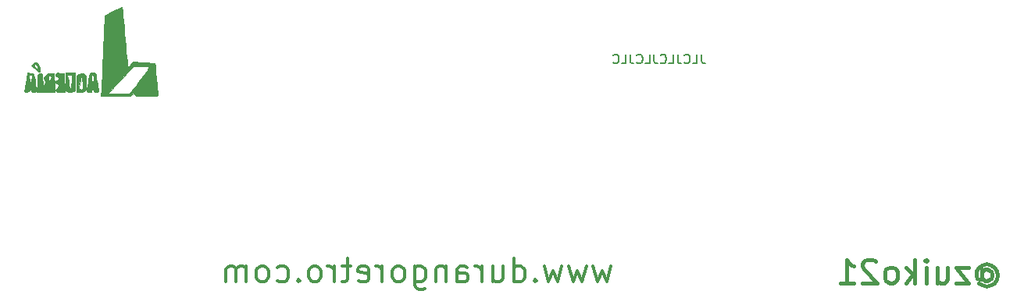
<source format=gbo>
G04 #@! TF.GenerationSoftware,KiCad,Pcbnew,(5.1.2-1)-1*
G04 #@! TF.CreationDate,2023-07-30T19:34:21+02:00*
G04 #@! TF.ProjectId,overlay5x8,6f766572-6c61-4793-9578-382e6b696361,rev?*
G04 #@! TF.SameCoordinates,Original*
G04 #@! TF.FileFunction,Legend,Bot*
G04 #@! TF.FilePolarity,Positive*
%FSLAX46Y46*%
G04 Gerber Fmt 4.6, Leading zero omitted, Abs format (unit mm)*
G04 Created by KiCad (PCBNEW (5.1.2-1)-1) date 2023-07-30 19:34:21*
%MOMM*%
%LPD*%
G04 APERTURE LIST*
%ADD10C,0.150000*%
%ADD11C,0.300000*%
%ADD12C,0.450000*%
%ADD13C,0.010000*%
%ADD14C,3.302000*%
G04 APERTURE END LIST*
D10*
X110029047Y-107402380D02*
X110029047Y-108116666D01*
X110076666Y-108259523D01*
X110171904Y-108354761D01*
X110314761Y-108402380D01*
X110410000Y-108402380D01*
X109076666Y-108402380D02*
X109552857Y-108402380D01*
X109552857Y-107402380D01*
X108171904Y-108307142D02*
X108219523Y-108354761D01*
X108362380Y-108402380D01*
X108457619Y-108402380D01*
X108600476Y-108354761D01*
X108695714Y-108259523D01*
X108743333Y-108164285D01*
X108790952Y-107973809D01*
X108790952Y-107830952D01*
X108743333Y-107640476D01*
X108695714Y-107545238D01*
X108600476Y-107450000D01*
X108457619Y-107402380D01*
X108362380Y-107402380D01*
X108219523Y-107450000D01*
X108171904Y-107497619D01*
X107457619Y-107402380D02*
X107457619Y-108116666D01*
X107505238Y-108259523D01*
X107600476Y-108354761D01*
X107743333Y-108402380D01*
X107838571Y-108402380D01*
X106505238Y-108402380D02*
X106981428Y-108402380D01*
X106981428Y-107402380D01*
X105600476Y-108307142D02*
X105648095Y-108354761D01*
X105790952Y-108402380D01*
X105886190Y-108402380D01*
X106029047Y-108354761D01*
X106124285Y-108259523D01*
X106171904Y-108164285D01*
X106219523Y-107973809D01*
X106219523Y-107830952D01*
X106171904Y-107640476D01*
X106124285Y-107545238D01*
X106029047Y-107450000D01*
X105886190Y-107402380D01*
X105790952Y-107402380D01*
X105648095Y-107450000D01*
X105600476Y-107497619D01*
X104886190Y-107402380D02*
X104886190Y-108116666D01*
X104933809Y-108259523D01*
X105029047Y-108354761D01*
X105171904Y-108402380D01*
X105267142Y-108402380D01*
X103933809Y-108402380D02*
X104410000Y-108402380D01*
X104410000Y-107402380D01*
X103029047Y-108307142D02*
X103076666Y-108354761D01*
X103219523Y-108402380D01*
X103314761Y-108402380D01*
X103457619Y-108354761D01*
X103552857Y-108259523D01*
X103600476Y-108164285D01*
X103648095Y-107973809D01*
X103648095Y-107830952D01*
X103600476Y-107640476D01*
X103552857Y-107545238D01*
X103457619Y-107450000D01*
X103314761Y-107402380D01*
X103219523Y-107402380D01*
X103076666Y-107450000D01*
X103029047Y-107497619D01*
X102314761Y-107402380D02*
X102314761Y-108116666D01*
X102362380Y-108259523D01*
X102457619Y-108354761D01*
X102600476Y-108402380D01*
X102695714Y-108402380D01*
X101362380Y-108402380D02*
X101838571Y-108402380D01*
X101838571Y-107402380D01*
X100457619Y-108307142D02*
X100505238Y-108354761D01*
X100648095Y-108402380D01*
X100743333Y-108402380D01*
X100886190Y-108354761D01*
X100981428Y-108259523D01*
X101029047Y-108164285D01*
X101076666Y-107973809D01*
X101076666Y-107830952D01*
X101029047Y-107640476D01*
X100981428Y-107545238D01*
X100886190Y-107450000D01*
X100743333Y-107402380D01*
X100648095Y-107402380D01*
X100505238Y-107450000D01*
X100457619Y-107497619D01*
D11*
X100233238Y-130392714D02*
X99749428Y-132086047D01*
X99265619Y-130876523D01*
X98781809Y-132086047D01*
X98298000Y-130392714D01*
X97572285Y-130392714D02*
X97088476Y-132086047D01*
X96604666Y-130876523D01*
X96120857Y-132086047D01*
X95637047Y-130392714D01*
X94911333Y-130392714D02*
X94427523Y-132086047D01*
X93943714Y-130876523D01*
X93459904Y-132086047D01*
X92976095Y-130392714D01*
X92008476Y-131844142D02*
X91887523Y-131965095D01*
X92008476Y-132086047D01*
X92129428Y-131965095D01*
X92008476Y-131844142D01*
X92008476Y-132086047D01*
X89710380Y-132086047D02*
X89710380Y-129546047D01*
X89710380Y-131965095D02*
X89952285Y-132086047D01*
X90436095Y-132086047D01*
X90678000Y-131965095D01*
X90798952Y-131844142D01*
X90919904Y-131602238D01*
X90919904Y-130876523D01*
X90798952Y-130634619D01*
X90678000Y-130513666D01*
X90436095Y-130392714D01*
X89952285Y-130392714D01*
X89710380Y-130513666D01*
X87412285Y-130392714D02*
X87412285Y-132086047D01*
X88500857Y-130392714D02*
X88500857Y-131723190D01*
X88379904Y-131965095D01*
X88138000Y-132086047D01*
X87775142Y-132086047D01*
X87533238Y-131965095D01*
X87412285Y-131844142D01*
X86202761Y-132086047D02*
X86202761Y-130392714D01*
X86202761Y-130876523D02*
X86081809Y-130634619D01*
X85960857Y-130513666D01*
X85718952Y-130392714D01*
X85477047Y-130392714D01*
X83541809Y-132086047D02*
X83541809Y-130755571D01*
X83662761Y-130513666D01*
X83904666Y-130392714D01*
X84388476Y-130392714D01*
X84630380Y-130513666D01*
X83541809Y-131965095D02*
X83783714Y-132086047D01*
X84388476Y-132086047D01*
X84630380Y-131965095D01*
X84751333Y-131723190D01*
X84751333Y-131481285D01*
X84630380Y-131239380D01*
X84388476Y-131118428D01*
X83783714Y-131118428D01*
X83541809Y-130997476D01*
X82332285Y-130392714D02*
X82332285Y-132086047D01*
X82332285Y-130634619D02*
X82211333Y-130513666D01*
X81969428Y-130392714D01*
X81606571Y-130392714D01*
X81364666Y-130513666D01*
X81243714Y-130755571D01*
X81243714Y-132086047D01*
X78945619Y-130392714D02*
X78945619Y-132448904D01*
X79066571Y-132690809D01*
X79187523Y-132811761D01*
X79429428Y-132932714D01*
X79792285Y-132932714D01*
X80034190Y-132811761D01*
X78945619Y-131965095D02*
X79187523Y-132086047D01*
X79671333Y-132086047D01*
X79913238Y-131965095D01*
X80034190Y-131844142D01*
X80155142Y-131602238D01*
X80155142Y-130876523D01*
X80034190Y-130634619D01*
X79913238Y-130513666D01*
X79671333Y-130392714D01*
X79187523Y-130392714D01*
X78945619Y-130513666D01*
X77373238Y-132086047D02*
X77615142Y-131965095D01*
X77736095Y-131844142D01*
X77857047Y-131602238D01*
X77857047Y-130876523D01*
X77736095Y-130634619D01*
X77615142Y-130513666D01*
X77373238Y-130392714D01*
X77010380Y-130392714D01*
X76768476Y-130513666D01*
X76647523Y-130634619D01*
X76526571Y-130876523D01*
X76526571Y-131602238D01*
X76647523Y-131844142D01*
X76768476Y-131965095D01*
X77010380Y-132086047D01*
X77373238Y-132086047D01*
X75438000Y-132086047D02*
X75438000Y-130392714D01*
X75438000Y-130876523D02*
X75317047Y-130634619D01*
X75196095Y-130513666D01*
X74954190Y-130392714D01*
X74712285Y-130392714D01*
X72898000Y-131965095D02*
X73139904Y-132086047D01*
X73623714Y-132086047D01*
X73865619Y-131965095D01*
X73986571Y-131723190D01*
X73986571Y-130755571D01*
X73865619Y-130513666D01*
X73623714Y-130392714D01*
X73139904Y-130392714D01*
X72898000Y-130513666D01*
X72777047Y-130755571D01*
X72777047Y-130997476D01*
X73986571Y-131239380D01*
X72051333Y-130392714D02*
X71083714Y-130392714D01*
X71688476Y-129546047D02*
X71688476Y-131723190D01*
X71567523Y-131965095D01*
X71325619Y-132086047D01*
X71083714Y-132086047D01*
X70237047Y-132086047D02*
X70237047Y-130392714D01*
X70237047Y-130876523D02*
X70116095Y-130634619D01*
X69995142Y-130513666D01*
X69753238Y-130392714D01*
X69511333Y-130392714D01*
X68301809Y-132086047D02*
X68543714Y-131965095D01*
X68664666Y-131844142D01*
X68785619Y-131602238D01*
X68785619Y-130876523D01*
X68664666Y-130634619D01*
X68543714Y-130513666D01*
X68301809Y-130392714D01*
X67938952Y-130392714D01*
X67697047Y-130513666D01*
X67576095Y-130634619D01*
X67455142Y-130876523D01*
X67455142Y-131602238D01*
X67576095Y-131844142D01*
X67697047Y-131965095D01*
X67938952Y-132086047D01*
X68301809Y-132086047D01*
X66366571Y-131844142D02*
X66245619Y-131965095D01*
X66366571Y-132086047D01*
X66487523Y-131965095D01*
X66366571Y-131844142D01*
X66366571Y-132086047D01*
X64068476Y-131965095D02*
X64310380Y-132086047D01*
X64794190Y-132086047D01*
X65036095Y-131965095D01*
X65157047Y-131844142D01*
X65278000Y-131602238D01*
X65278000Y-130876523D01*
X65157047Y-130634619D01*
X65036095Y-130513666D01*
X64794190Y-130392714D01*
X64310380Y-130392714D01*
X64068476Y-130513666D01*
X62617047Y-132086047D02*
X62858952Y-131965095D01*
X62979904Y-131844142D01*
X63100857Y-131602238D01*
X63100857Y-130876523D01*
X62979904Y-130634619D01*
X62858952Y-130513666D01*
X62617047Y-130392714D01*
X62254190Y-130392714D01*
X62012285Y-130513666D01*
X61891333Y-130634619D01*
X61770380Y-130876523D01*
X61770380Y-131602238D01*
X61891333Y-131844142D01*
X62012285Y-131965095D01*
X62254190Y-132086047D01*
X62617047Y-132086047D01*
X60681809Y-132086047D02*
X60681809Y-130392714D01*
X60681809Y-130634619D02*
X60560857Y-130513666D01*
X60318952Y-130392714D01*
X59956095Y-130392714D01*
X59714190Y-130513666D01*
X59593238Y-130755571D01*
X59593238Y-132086047D01*
X59593238Y-130755571D02*
X59472285Y-130513666D01*
X59230380Y-130392714D01*
X58867523Y-130392714D01*
X58625619Y-130513666D01*
X58504666Y-130755571D01*
X58504666Y-132086047D01*
D12*
X140437809Y-131003523D02*
X140558761Y-130882571D01*
X140800666Y-130761619D01*
X141042571Y-130761619D01*
X141284476Y-130882571D01*
X141405428Y-131003523D01*
X141526380Y-131245428D01*
X141526380Y-131487333D01*
X141405428Y-131729238D01*
X141284476Y-131850190D01*
X141042571Y-131971142D01*
X140800666Y-131971142D01*
X140558761Y-131850190D01*
X140437809Y-131729238D01*
X140437809Y-130761619D02*
X140437809Y-131729238D01*
X140316857Y-131850190D01*
X140195904Y-131850190D01*
X139954000Y-131729238D01*
X139833047Y-131487333D01*
X139833047Y-130882571D01*
X140074952Y-130519714D01*
X140437809Y-130277809D01*
X140921619Y-130156857D01*
X141405428Y-130277809D01*
X141768285Y-130519714D01*
X142010190Y-130882571D01*
X142131142Y-131366380D01*
X142010190Y-131850190D01*
X141768285Y-132213047D01*
X141405428Y-132454952D01*
X140921619Y-132575904D01*
X140437809Y-132454952D01*
X140074952Y-132213047D01*
X138986380Y-130519714D02*
X137655904Y-130519714D01*
X138986380Y-132213047D01*
X137655904Y-132213047D01*
X135599714Y-130519714D02*
X135599714Y-132213047D01*
X136688285Y-130519714D02*
X136688285Y-131850190D01*
X136567333Y-132092095D01*
X136325428Y-132213047D01*
X135962571Y-132213047D01*
X135720666Y-132092095D01*
X135599714Y-131971142D01*
X134390190Y-132213047D02*
X134390190Y-130519714D01*
X134390190Y-129673047D02*
X134511142Y-129794000D01*
X134390190Y-129914952D01*
X134269238Y-129794000D01*
X134390190Y-129673047D01*
X134390190Y-129914952D01*
X133180666Y-132213047D02*
X133180666Y-129673047D01*
X132938761Y-131245428D02*
X132213047Y-132213047D01*
X132213047Y-130519714D02*
X133180666Y-131487333D01*
X130761619Y-132213047D02*
X131003523Y-132092095D01*
X131124476Y-131971142D01*
X131245428Y-131729238D01*
X131245428Y-131003523D01*
X131124476Y-130761619D01*
X131003523Y-130640666D01*
X130761619Y-130519714D01*
X130398761Y-130519714D01*
X130156857Y-130640666D01*
X130035904Y-130761619D01*
X129914952Y-131003523D01*
X129914952Y-131729238D01*
X130035904Y-131971142D01*
X130156857Y-132092095D01*
X130398761Y-132213047D01*
X130761619Y-132213047D01*
X128947333Y-129914952D02*
X128826380Y-129794000D01*
X128584476Y-129673047D01*
X127979714Y-129673047D01*
X127737809Y-129794000D01*
X127616857Y-129914952D01*
X127495904Y-130156857D01*
X127495904Y-130398761D01*
X127616857Y-130761619D01*
X129068285Y-132213047D01*
X127495904Y-132213047D01*
X125076857Y-132213047D02*
X126528285Y-132213047D01*
X125802571Y-132213047D02*
X125802571Y-129673047D01*
X126044476Y-130035904D01*
X126286380Y-130277809D01*
X126528285Y-130398761D01*
D13*
G36*
X37784322Y-108308285D02*
G01*
X37595629Y-108433780D01*
X37364141Y-108621228D01*
X37789365Y-108962947D01*
X38080590Y-109188114D01*
X38246313Y-109286052D01*
X38319267Y-109270115D01*
X38332834Y-109184653D01*
X38319647Y-109094806D01*
X38209296Y-109094806D01*
X37899404Y-108874143D01*
X37711276Y-108705567D01*
X37644394Y-108572584D01*
X37649919Y-108555740D01*
X37793568Y-108457557D01*
X37955170Y-108543581D01*
X38089112Y-108776403D01*
X38209296Y-109094806D01*
X38319647Y-109094806D01*
X38296373Y-108936238D01*
X38206684Y-108649532D01*
X38093306Y-108398361D01*
X37985782Y-108256555D01*
X37957390Y-108246333D01*
X37784322Y-108308285D01*
X37784322Y-108308285D01*
G37*
X37784322Y-108308285D02*
X37595629Y-108433780D01*
X37364141Y-108621228D01*
X37789365Y-108962947D01*
X38080590Y-109188114D01*
X38246313Y-109286052D01*
X38319267Y-109270115D01*
X38332834Y-109184653D01*
X38319647Y-109094806D01*
X38209296Y-109094806D01*
X37899404Y-108874143D01*
X37711276Y-108705567D01*
X37644394Y-108572584D01*
X37649919Y-108555740D01*
X37793568Y-108457557D01*
X37955170Y-108543581D01*
X38089112Y-108776403D01*
X38209296Y-109094806D01*
X38319647Y-109094806D01*
X38296373Y-108936238D01*
X38206684Y-108649532D01*
X38093306Y-108398361D01*
X37985782Y-108256555D01*
X37957390Y-108246333D01*
X37784322Y-108308285D01*
G36*
X36859099Y-110119055D02*
G01*
X36786391Y-110547023D01*
X36718361Y-110943365D01*
X36675133Y-111191525D01*
X36646475Y-111427873D01*
X36706098Y-111515085D01*
X36897217Y-111510837D01*
X36913018Y-111509025D01*
X37171990Y-111411492D01*
X37286224Y-111209666D01*
X37359235Y-110945083D01*
X37369784Y-111236125D01*
X37414767Y-111451648D01*
X37567084Y-111523971D01*
X37644917Y-111527166D01*
X37846402Y-111483236D01*
X37903136Y-111317820D01*
X37902858Y-111289041D01*
X37883384Y-111069910D01*
X37838286Y-110715084D01*
X37776931Y-110297621D01*
X37770567Y-110257166D01*
X37706321Y-109873656D01*
X37438806Y-109873656D01*
X37404906Y-110204250D01*
X37342874Y-110733416D01*
X37226957Y-110204250D01*
X37167285Y-109880565D01*
X37172354Y-109709621D01*
X37244530Y-109641888D01*
X37253970Y-109639269D01*
X37376564Y-109623950D01*
X37434223Y-109687280D01*
X37438806Y-109873656D01*
X37706321Y-109873656D01*
X37703161Y-109854796D01*
X37642175Y-109616020D01*
X37562297Y-109495158D01*
X37438212Y-109446530D01*
X37312837Y-109431138D01*
X36980756Y-109398860D01*
X36859099Y-110119055D01*
X36859099Y-110119055D01*
G37*
X36859099Y-110119055D02*
X36786391Y-110547023D01*
X36718361Y-110943365D01*
X36675133Y-111191525D01*
X36646475Y-111427873D01*
X36706098Y-111515085D01*
X36897217Y-111510837D01*
X36913018Y-111509025D01*
X37171990Y-111411492D01*
X37286224Y-111209666D01*
X37359235Y-110945083D01*
X37369784Y-111236125D01*
X37414767Y-111451648D01*
X37567084Y-111523971D01*
X37644917Y-111527166D01*
X37846402Y-111483236D01*
X37903136Y-111317820D01*
X37902858Y-111289041D01*
X37883384Y-111069910D01*
X37838286Y-110715084D01*
X37776931Y-110297621D01*
X37770567Y-110257166D01*
X37706321Y-109873656D01*
X37438806Y-109873656D01*
X37404906Y-110204250D01*
X37342874Y-110733416D01*
X37226957Y-110204250D01*
X37167285Y-109880565D01*
X37172354Y-109709621D01*
X37244530Y-109641888D01*
X37253970Y-109639269D01*
X37376564Y-109623950D01*
X37434223Y-109687280D01*
X37438806Y-109873656D01*
X37706321Y-109873656D01*
X37703161Y-109854796D01*
X37642175Y-109616020D01*
X37562297Y-109495158D01*
X37438212Y-109446530D01*
X37312837Y-109431138D01*
X36980756Y-109398860D01*
X36859099Y-110119055D01*
G36*
X38211323Y-109470963D02*
G01*
X38132829Y-109519678D01*
X38086177Y-109648671D01*
X38060188Y-109897053D01*
X38043687Y-110303934D01*
X38037960Y-110495291D01*
X38007669Y-111527166D01*
X38657999Y-111527166D01*
X38627708Y-110495291D01*
X38611887Y-110022263D01*
X38590573Y-109721715D01*
X38552591Y-109554537D01*
X38486763Y-109481617D01*
X38381912Y-109463845D01*
X38332834Y-109463416D01*
X38211323Y-109470963D01*
X38211323Y-109470963D01*
G37*
X38211323Y-109470963D02*
X38132829Y-109519678D01*
X38086177Y-109648671D01*
X38060188Y-109897053D01*
X38043687Y-110303934D01*
X38037960Y-110495291D01*
X38007669Y-111527166D01*
X38657999Y-111527166D01*
X38627708Y-110495291D01*
X38611887Y-110022263D01*
X38590573Y-109721715D01*
X38552591Y-109554537D01*
X38486763Y-109481617D01*
X38381912Y-109463845D01*
X38332834Y-109463416D01*
X38211323Y-109470963D01*
G36*
X39235944Y-109463684D02*
G01*
X38964819Y-109617451D01*
X38791541Y-109844933D01*
X38751494Y-110100499D01*
X38871222Y-110329888D01*
X38929041Y-110457637D01*
X38871222Y-110516050D01*
X38800755Y-110657127D01*
X38760109Y-110927333D01*
X38756167Y-111049603D01*
X38756167Y-111512047D01*
X39927816Y-111512047D01*
X39897617Y-110487732D01*
X39880392Y-109903468D01*
X39560737Y-109903468D01*
X39537301Y-110019041D01*
X39449209Y-110337287D01*
X39379247Y-110448108D01*
X39315800Y-110353645D01*
X39250265Y-110071958D01*
X39223743Y-109835593D01*
X39285708Y-109741398D01*
X39395829Y-109728000D01*
X39540164Y-109761807D01*
X39560737Y-109903468D01*
X39880392Y-109903468D01*
X39867417Y-109463416D01*
X39569535Y-109429268D01*
X39235944Y-109463684D01*
X39235944Y-109463684D01*
G37*
X39235944Y-109463684D02*
X38964819Y-109617451D01*
X38791541Y-109844933D01*
X38751494Y-110100499D01*
X38871222Y-110329888D01*
X38929041Y-110457637D01*
X38871222Y-110516050D01*
X38800755Y-110657127D01*
X38760109Y-110927333D01*
X38756167Y-111049603D01*
X38756167Y-111512047D01*
X39927816Y-111512047D01*
X39897617Y-110487732D01*
X39880392Y-109903468D01*
X39560737Y-109903468D01*
X39537301Y-110019041D01*
X39449209Y-110337287D01*
X39379247Y-110448108D01*
X39315800Y-110353645D01*
X39250265Y-110071958D01*
X39223743Y-109835593D01*
X39285708Y-109741398D01*
X39395829Y-109728000D01*
X39540164Y-109761807D01*
X39560737Y-109903468D01*
X39880392Y-109903468D01*
X39867417Y-109463416D01*
X39569535Y-109429268D01*
X39235944Y-109463684D01*
G36*
X40060516Y-109470478D02*
G01*
X40026405Y-109595834D01*
X40026167Y-109616081D01*
X40090924Y-109793228D01*
X40184917Y-109833833D01*
X40314202Y-109922066D01*
X40343667Y-110045500D01*
X40277493Y-110217880D01*
X40184917Y-110257166D01*
X40044607Y-110341882D01*
X40026167Y-110415916D01*
X40110883Y-110556227D01*
X40184917Y-110574666D01*
X40312596Y-110666667D01*
X40343667Y-110839250D01*
X40288466Y-111052048D01*
X40184917Y-111103833D01*
X40055632Y-111192066D01*
X40026167Y-111315500D01*
X40057059Y-111447362D01*
X40185557Y-111509983D01*
X40465392Y-111527052D01*
X40506250Y-111527166D01*
X40986332Y-111527166D01*
X40925750Y-109463416D01*
X40475959Y-109430873D01*
X40191664Y-109423192D01*
X40060516Y-109470478D01*
X40060516Y-109470478D01*
G37*
X40060516Y-109470478D02*
X40026405Y-109595834D01*
X40026167Y-109616081D01*
X40090924Y-109793228D01*
X40184917Y-109833833D01*
X40314202Y-109922066D01*
X40343667Y-110045500D01*
X40277493Y-110217880D01*
X40184917Y-110257166D01*
X40044607Y-110341882D01*
X40026167Y-110415916D01*
X40110883Y-110556227D01*
X40184917Y-110574666D01*
X40312596Y-110666667D01*
X40343667Y-110839250D01*
X40288466Y-111052048D01*
X40184917Y-111103833D01*
X40055632Y-111192066D01*
X40026167Y-111315500D01*
X40057059Y-111447362D01*
X40185557Y-111509983D01*
X40465392Y-111527052D01*
X40506250Y-111527166D01*
X40986332Y-111527166D01*
X40925750Y-109463416D01*
X40475959Y-109430873D01*
X40191664Y-109423192D01*
X40060516Y-109470478D01*
G36*
X41084500Y-110341833D02*
G01*
X41099746Y-110857679D01*
X41143203Y-111219938D01*
X41211453Y-111400119D01*
X41211500Y-111400166D01*
X41440715Y-111506316D01*
X41738978Y-111514408D01*
X41987756Y-111424442D01*
X42015834Y-111400166D01*
X42084098Y-111220103D01*
X42127570Y-110857944D01*
X42142834Y-110342182D01*
X42142834Y-109891513D01*
X41814883Y-109891513D01*
X41786802Y-110113187D01*
X41745324Y-110469240D01*
X41721634Y-110776140D01*
X41719500Y-110854021D01*
X41688950Y-111062929D01*
X41616844Y-111089757D01*
X41532501Y-110951875D01*
X41471258Y-110706958D01*
X41407238Y-110332197D01*
X41340541Y-109975491D01*
X41338669Y-109966125D01*
X41307273Y-109732063D01*
X41371364Y-109638727D01*
X41561907Y-109622166D01*
X41737315Y-109633500D01*
X41813125Y-109704688D01*
X41814883Y-109891513D01*
X42142834Y-109891513D01*
X42142834Y-109410500D01*
X41084500Y-109410500D01*
X41084500Y-110341833D01*
X41084500Y-110341833D01*
G37*
X41084500Y-110341833D02*
X41099746Y-110857679D01*
X41143203Y-111219938D01*
X41211453Y-111400119D01*
X41211500Y-111400166D01*
X41440715Y-111506316D01*
X41738978Y-111514408D01*
X41987756Y-111424442D01*
X42015834Y-111400166D01*
X42084098Y-111220103D01*
X42127570Y-110857944D01*
X42142834Y-110342182D01*
X42142834Y-109891513D01*
X41814883Y-109891513D01*
X41786802Y-110113187D01*
X41745324Y-110469240D01*
X41721634Y-110776140D01*
X41719500Y-110854021D01*
X41688950Y-111062929D01*
X41616844Y-111089757D01*
X41532501Y-110951875D01*
X41471258Y-110706958D01*
X41407238Y-110332197D01*
X41340541Y-109975491D01*
X41338669Y-109966125D01*
X41307273Y-109732063D01*
X41371364Y-109638727D01*
X41561907Y-109622166D01*
X41737315Y-109633500D01*
X41813125Y-109704688D01*
X41814883Y-109891513D01*
X42142834Y-109891513D01*
X42142834Y-109410500D01*
X41084500Y-109410500D01*
X41084500Y-110341833D01*
G36*
X42578338Y-109518981D02*
G01*
X42510584Y-109561264D01*
X42376418Y-109660816D01*
X42296645Y-109776887D01*
X42259474Y-109960516D01*
X42253113Y-110262740D01*
X42262608Y-110634610D01*
X42290553Y-111527166D01*
X42613568Y-111523948D01*
X42910761Y-111486704D01*
X43121792Y-111412856D01*
X43217727Y-111319351D01*
X43274553Y-111146065D01*
X43294067Y-110927403D01*
X42982146Y-110927403D01*
X42932749Y-111129016D01*
X42818392Y-111206549D01*
X42777834Y-111209666D01*
X42605986Y-111158000D01*
X42566167Y-111086044D01*
X42584162Y-110924072D01*
X42631205Y-110621412D01*
X42693135Y-110265835D01*
X42820103Y-109569250D01*
X42896957Y-110045500D01*
X42969308Y-110575100D01*
X42982146Y-110927403D01*
X43294067Y-110927403D01*
X43301261Y-110846799D01*
X43307000Y-110461305D01*
X43302533Y-110037806D01*
X43280163Y-109776195D01*
X43226441Y-109626738D01*
X43127915Y-109539703D01*
X43046753Y-109499051D01*
X42809215Y-109437932D01*
X42578338Y-109518981D01*
X42578338Y-109518981D01*
G37*
X42578338Y-109518981D02*
X42510584Y-109561264D01*
X42376418Y-109660816D01*
X42296645Y-109776887D01*
X42259474Y-109960516D01*
X42253113Y-110262740D01*
X42262608Y-110634610D01*
X42290553Y-111527166D01*
X42613568Y-111523948D01*
X42910761Y-111486704D01*
X43121792Y-111412856D01*
X43217727Y-111319351D01*
X43274553Y-111146065D01*
X43294067Y-110927403D01*
X42982146Y-110927403D01*
X42932749Y-111129016D01*
X42818392Y-111206549D01*
X42777834Y-111209666D01*
X42605986Y-111158000D01*
X42566167Y-111086044D01*
X42584162Y-110924072D01*
X42631205Y-110621412D01*
X42693135Y-110265835D01*
X42820103Y-109569250D01*
X42896957Y-110045500D01*
X42969308Y-110575100D01*
X42982146Y-110927403D01*
X43294067Y-110927403D01*
X43301261Y-110846799D01*
X43307000Y-110461305D01*
X43302533Y-110037806D01*
X43280163Y-109776195D01*
X43226441Y-109626738D01*
X43127915Y-109539703D01*
X43046753Y-109499051D01*
X42809215Y-109437932D01*
X42578338Y-109518981D01*
G36*
X43824635Y-109418182D02*
G01*
X43730207Y-109436686D01*
X43730189Y-109436958D01*
X43713055Y-109545769D01*
X43667429Y-109813633D01*
X43601766Y-110191186D01*
X43571584Y-110363000D01*
X43484227Y-110868108D01*
X43436891Y-111200773D01*
X43432849Y-111397008D01*
X43475376Y-111492820D01*
X43567745Y-111524222D01*
X43677417Y-111527166D01*
X43890215Y-111471965D01*
X43942000Y-111368416D01*
X43999147Y-111227576D01*
X44047834Y-111209666D01*
X44141727Y-111295387D01*
X44153667Y-111368416D01*
X44245668Y-111496095D01*
X44418250Y-111527166D01*
X44616926Y-111481977D01*
X44682689Y-111394875D01*
X44665126Y-111235297D01*
X44618439Y-110924656D01*
X44551415Y-110520131D01*
X44524084Y-110363000D01*
X44452741Y-109955224D01*
X44448450Y-109930284D01*
X44152866Y-109930284D01*
X44121157Y-110200761D01*
X44089428Y-110301427D01*
X44022206Y-110441546D01*
X43977073Y-110418844D01*
X43941330Y-110213692D01*
X43923862Y-110045500D01*
X43921382Y-109745346D01*
X43992511Y-109626043D01*
X44018579Y-109622166D01*
X44116016Y-109711937D01*
X44152866Y-109930284D01*
X44448450Y-109930284D01*
X44398031Y-109637262D01*
X44368409Y-109458478D01*
X44365479Y-109436958D01*
X44273184Y-109418361D01*
X44051092Y-109410501D01*
X44047834Y-109410500D01*
X43824635Y-109418182D01*
X43824635Y-109418182D01*
G37*
X43824635Y-109418182D02*
X43730207Y-109436686D01*
X43730189Y-109436958D01*
X43713055Y-109545769D01*
X43667429Y-109813633D01*
X43601766Y-110191186D01*
X43571584Y-110363000D01*
X43484227Y-110868108D01*
X43436891Y-111200773D01*
X43432849Y-111397008D01*
X43475376Y-111492820D01*
X43567745Y-111524222D01*
X43677417Y-111527166D01*
X43890215Y-111471965D01*
X43942000Y-111368416D01*
X43999147Y-111227576D01*
X44047834Y-111209666D01*
X44141727Y-111295387D01*
X44153667Y-111368416D01*
X44245668Y-111496095D01*
X44418250Y-111527166D01*
X44616926Y-111481977D01*
X44682689Y-111394875D01*
X44665126Y-111235297D01*
X44618439Y-110924656D01*
X44551415Y-110520131D01*
X44524084Y-110363000D01*
X44452741Y-109955224D01*
X44448450Y-109930284D01*
X44152866Y-109930284D01*
X44121157Y-110200761D01*
X44089428Y-110301427D01*
X44022206Y-110441546D01*
X43977073Y-110418844D01*
X43941330Y-110213692D01*
X43923862Y-110045500D01*
X43921382Y-109745346D01*
X43992511Y-109626043D01*
X44018579Y-109622166D01*
X44116016Y-109711937D01*
X44152866Y-109930284D01*
X44448450Y-109930284D01*
X44398031Y-109637262D01*
X44368409Y-109458478D01*
X44365479Y-109436958D01*
X44273184Y-109418361D01*
X44051092Y-109410501D01*
X44047834Y-109410500D01*
X43824635Y-109418182D01*
G36*
X46263967Y-102737319D02*
G01*
X45319247Y-103219250D01*
X45317644Y-103748416D01*
X45312273Y-103986301D01*
X45297846Y-104404440D01*
X45275645Y-104971672D01*
X45246949Y-105656837D01*
X45213041Y-106428776D01*
X45175201Y-107256327D01*
X45161025Y-107558416D01*
X45121356Y-108398275D01*
X45083814Y-109193609D01*
X45049869Y-109913252D01*
X45020989Y-110526043D01*
X44998644Y-111000816D01*
X44984304Y-111306407D01*
X44981411Y-111368416D01*
X44956812Y-111897583D01*
X46529681Y-111926965D01*
X47140563Y-111936700D01*
X47576850Y-111936602D01*
X47875540Y-111922532D01*
X48073628Y-111890354D01*
X48208111Y-111835928D01*
X48315983Y-111755119D01*
X48350609Y-111723308D01*
X48598667Y-111490270D01*
X48598667Y-111720385D01*
X48607762Y-111817316D01*
X48658512Y-111882325D01*
X48786119Y-111921778D01*
X49025784Y-111942044D01*
X49412707Y-111949492D01*
X49870684Y-111950500D01*
X50405921Y-111949267D01*
X50763322Y-111941173D01*
X50976716Y-111919622D01*
X51079931Y-111878017D01*
X51106799Y-111809763D01*
X51092023Y-111712375D01*
X51065687Y-111524101D01*
X51028016Y-111169865D01*
X50983396Y-110694785D01*
X50936211Y-110143981D01*
X50919744Y-109939666D01*
X50875790Y-109396120D01*
X50836809Y-108934843D01*
X50818894Y-108735601D01*
X50186167Y-108735601D01*
X50125730Y-108858447D01*
X49961404Y-109113084D01*
X49718670Y-109463773D01*
X49423008Y-109874773D01*
X49099896Y-110310344D01*
X48774816Y-110734747D01*
X48629845Y-110918625D01*
X48060377Y-111633000D01*
X45704271Y-111633000D01*
X45931552Y-111394875D01*
X46095118Y-111223632D01*
X46365432Y-110940766D01*
X46702961Y-110587640D01*
X47018890Y-110257166D01*
X47389581Y-109863844D01*
X47731984Y-109490547D01*
X48003900Y-109183852D01*
X48145534Y-109013625D01*
X48284046Y-108845871D01*
X48416736Y-108744060D01*
X48598819Y-108691732D01*
X48885508Y-108672422D01*
X49299145Y-108669666D01*
X49702551Y-108676926D01*
X50009994Y-108696280D01*
X50172542Y-108724091D01*
X50186167Y-108735601D01*
X50818894Y-108735601D01*
X50806110Y-108593427D01*
X50787001Y-108409462D01*
X50783196Y-108388153D01*
X50678366Y-108375132D01*
X50405200Y-108352646D01*
X50006644Y-108323989D01*
X49583452Y-108296102D01*
X48398654Y-108220982D01*
X48136002Y-108524699D01*
X47954784Y-108708018D01*
X47855349Y-108728900D01*
X47821086Y-108669666D01*
X47798154Y-108523941D01*
X47761190Y-108197735D01*
X47713176Y-107721548D01*
X47657099Y-107125883D01*
X47595943Y-106441238D01*
X47546637Y-105865083D01*
X47482500Y-105109544D01*
X47420831Y-104398277D01*
X47364805Y-103766742D01*
X47317599Y-103250402D01*
X47282387Y-102884716D01*
X47266570Y-102737319D01*
X47208687Y-102255389D01*
X46263967Y-102737319D01*
X46263967Y-102737319D01*
G37*
X46263967Y-102737319D02*
X45319247Y-103219250D01*
X45317644Y-103748416D01*
X45312273Y-103986301D01*
X45297846Y-104404440D01*
X45275645Y-104971672D01*
X45246949Y-105656837D01*
X45213041Y-106428776D01*
X45175201Y-107256327D01*
X45161025Y-107558416D01*
X45121356Y-108398275D01*
X45083814Y-109193609D01*
X45049869Y-109913252D01*
X45020989Y-110526043D01*
X44998644Y-111000816D01*
X44984304Y-111306407D01*
X44981411Y-111368416D01*
X44956812Y-111897583D01*
X46529681Y-111926965D01*
X47140563Y-111936700D01*
X47576850Y-111936602D01*
X47875540Y-111922532D01*
X48073628Y-111890354D01*
X48208111Y-111835928D01*
X48315983Y-111755119D01*
X48350609Y-111723308D01*
X48598667Y-111490270D01*
X48598667Y-111720385D01*
X48607762Y-111817316D01*
X48658512Y-111882325D01*
X48786119Y-111921778D01*
X49025784Y-111942044D01*
X49412707Y-111949492D01*
X49870684Y-111950500D01*
X50405921Y-111949267D01*
X50763322Y-111941173D01*
X50976716Y-111919622D01*
X51079931Y-111878017D01*
X51106799Y-111809763D01*
X51092023Y-111712375D01*
X51065687Y-111524101D01*
X51028016Y-111169865D01*
X50983396Y-110694785D01*
X50936211Y-110143981D01*
X50919744Y-109939666D01*
X50875790Y-109396120D01*
X50836809Y-108934843D01*
X50818894Y-108735601D01*
X50186167Y-108735601D01*
X50125730Y-108858447D01*
X49961404Y-109113084D01*
X49718670Y-109463773D01*
X49423008Y-109874773D01*
X49099896Y-110310344D01*
X48774816Y-110734747D01*
X48629845Y-110918625D01*
X48060377Y-111633000D01*
X45704271Y-111633000D01*
X45931552Y-111394875D01*
X46095118Y-111223632D01*
X46365432Y-110940766D01*
X46702961Y-110587640D01*
X47018890Y-110257166D01*
X47389581Y-109863844D01*
X47731984Y-109490547D01*
X48003900Y-109183852D01*
X48145534Y-109013625D01*
X48284046Y-108845871D01*
X48416736Y-108744060D01*
X48598819Y-108691732D01*
X48885508Y-108672422D01*
X49299145Y-108669666D01*
X49702551Y-108676926D01*
X50009994Y-108696280D01*
X50172542Y-108724091D01*
X50186167Y-108735601D01*
X50818894Y-108735601D01*
X50806110Y-108593427D01*
X50787001Y-108409462D01*
X50783196Y-108388153D01*
X50678366Y-108375132D01*
X50405200Y-108352646D01*
X50006644Y-108323989D01*
X49583452Y-108296102D01*
X48398654Y-108220982D01*
X48136002Y-108524699D01*
X47954784Y-108708018D01*
X47855349Y-108728900D01*
X47821086Y-108669666D01*
X47798154Y-108523941D01*
X47761190Y-108197735D01*
X47713176Y-107721548D01*
X47657099Y-107125883D01*
X47595943Y-106441238D01*
X47546637Y-105865083D01*
X47482500Y-105109544D01*
X47420831Y-104398277D01*
X47364805Y-103766742D01*
X47317599Y-103250402D01*
X47282387Y-102884716D01*
X47266570Y-102737319D01*
X47208687Y-102255389D01*
X46263967Y-102737319D01*
%LPC*%
D14*
X41910000Y-125730000D03*
X168910000Y-125730000D03*
X41910000Y-87630000D03*
X168910000Y-87630000D03*
M02*

</source>
